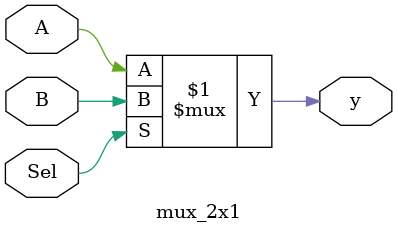
<source format=v>
module mux_2x1(
    output y,
    input A,B,Sel
);
    assign y=Sel?B:A;

endmodule
</source>
